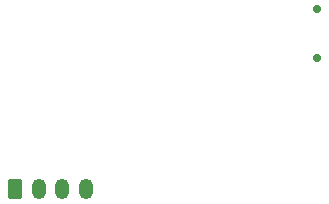
<source format=gbs>
%TF.GenerationSoftware,KiCad,Pcbnew,(6.0.1-0)*%
%TF.CreationDate,2022-02-13T16:39:07+01:00*%
%TF.ProjectId,NightLight,4e696768-744c-4696-9768-742e6b696361,rev?*%
%TF.SameCoordinates,Original*%
%TF.FileFunction,Soldermask,Bot*%
%TF.FilePolarity,Negative*%
%FSLAX46Y46*%
G04 Gerber Fmt 4.6, Leading zero omitted, Abs format (unit mm)*
G04 Created by KiCad (PCBNEW (6.0.1-0)) date 2022-02-13 16:39:07*
%MOMM*%
%LPD*%
G01*
G04 APERTURE LIST*
G04 Aperture macros list*
%AMRoundRect*
0 Rectangle with rounded corners*
0 $1 Rounding radius*
0 $2 $3 $4 $5 $6 $7 $8 $9 X,Y pos of 4 corners*
0 Add a 4 corners polygon primitive as box body*
4,1,4,$2,$3,$4,$5,$6,$7,$8,$9,$2,$3,0*
0 Add four circle primitives for the rounded corners*
1,1,$1+$1,$2,$3*
1,1,$1+$1,$4,$5*
1,1,$1+$1,$6,$7*
1,1,$1+$1,$8,$9*
0 Add four rect primitives between the rounded corners*
20,1,$1+$1,$2,$3,$4,$5,0*
20,1,$1+$1,$4,$5,$6,$7,0*
20,1,$1+$1,$6,$7,$8,$9,0*
20,1,$1+$1,$8,$9,$2,$3,0*%
G04 Aperture macros list end*
%ADD10C,0.700000*%
%ADD11RoundRect,0.250000X-0.350000X-0.625000X0.350000X-0.625000X0.350000X0.625000X-0.350000X0.625000X0*%
%ADD12O,1.200000X1.750000*%
G04 APERTURE END LIST*
D10*
%TO.C,X1*%
X156162500Y-97925000D03*
X156162500Y-102075000D03*
%TD*%
D11*
%TO.C,X2*%
X130604000Y-113150000D03*
D12*
X132604000Y-113150000D03*
X134604000Y-113150000D03*
X136604000Y-113150000D03*
%TD*%
M02*

</source>
